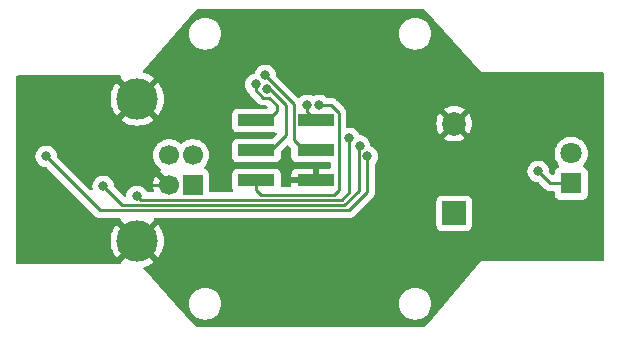
<source format=gtl>
%TF.GenerationSoftware,KiCad,Pcbnew,7.0.6*%
%TF.CreationDate,2023-08-20T20:53:31-04:00*%
%TF.ProjectId,Safe-To-Mate-O-Matic-v3,53616665-2d54-46f2-9d4d-6174652d4f2d,rev?*%
%TF.SameCoordinates,Original*%
%TF.FileFunction,Copper,L1,Top*%
%TF.FilePolarity,Positive*%
%FSLAX46Y46*%
G04 Gerber Fmt 4.6, Leading zero omitted, Abs format (unit mm)*
G04 Created by KiCad (PCBNEW 7.0.6) date 2023-08-20 20:53:31*
%MOMM*%
%LPD*%
G01*
G04 APERTURE LIST*
%TA.AperFunction,ComponentPad*%
%ADD10R,1.800000X1.800000*%
%TD*%
%TA.AperFunction,ComponentPad*%
%ADD11C,1.800000*%
%TD*%
%TA.AperFunction,ComponentPad*%
%ADD12R,2.000000X2.000000*%
%TD*%
%TA.AperFunction,ComponentPad*%
%ADD13C,2.000000*%
%TD*%
%TA.AperFunction,SMDPad,CuDef*%
%ADD14R,3.150000X1.000000*%
%TD*%
%TA.AperFunction,ComponentPad*%
%ADD15R,1.700000X1.700000*%
%TD*%
%TA.AperFunction,ComponentPad*%
%ADD16C,1.700000*%
%TD*%
%TA.AperFunction,ComponentPad*%
%ADD17C,3.500000*%
%TD*%
%TA.AperFunction,ViaPad*%
%ADD18C,0.800000*%
%TD*%
%TA.AperFunction,Conductor*%
%ADD19C,0.250000*%
%TD*%
G04 APERTURE END LIST*
D10*
%TO.P,D1,1,K*%
%TO.N,Net-(D1-K)*%
X172720000Y-84582000D03*
D11*
%TO.P,D1,2,A*%
%TO.N,Net-(D1-A)*%
X172720000Y-82042000D03*
%TD*%
D12*
%TO.P,BZ1,1,-*%
%TO.N,Net-(BZ1--)*%
X162814000Y-87112000D03*
D13*
%TO.P,BZ1,2,+*%
%TO.N,GND*%
X162814000Y-79512000D03*
%TD*%
D14*
%TO.P,J3,1,Pin_1*%
%TO.N,MISO*%
X146065000Y-79248000D03*
%TO.P,J3,2,Pin_2*%
%TO.N,+5V*%
X151115000Y-79248000D03*
%TO.P,J3,3,Pin_3*%
%TO.N,SCK*%
X146065000Y-81788000D03*
%TO.P,J3,4,Pin_4*%
%TO.N,MOSI*%
X151115000Y-81788000D03*
%TO.P,J3,5,Pin_5*%
%TO.N,RESET*%
X146065000Y-84328000D03*
%TO.P,J3,6,Pin_6*%
%TO.N,GND*%
X151115000Y-84328000D03*
%TD*%
D15*
%TO.P,J1,1,VBUS*%
%TO.N,+5V*%
X140689500Y-84689000D03*
D16*
%TO.P,J1,2,D-*%
%TO.N,Net-(J1-D-)*%
X140689500Y-82189000D03*
%TO.P,J1,3,D+*%
%TO.N,Net-(J1-D+)*%
X138689500Y-82189000D03*
%TO.P,J1,4,GND*%
%TO.N,GND*%
X138689500Y-84689000D03*
D17*
%TO.P,J1,5,Shield*%
X135979500Y-89459000D03*
X135979500Y-77419000D03*
%TD*%
D18*
%TO.N,GND*%
X128270000Y-84074000D03*
X128270000Y-81026000D03*
X154686000Y-94488000D03*
X128524000Y-85852000D03*
X146050000Y-93726000D03*
X155448000Y-76122758D03*
X132588000Y-78486000D03*
X148082000Y-94488000D03*
X168148000Y-90170000D03*
X142748000Y-89662000D03*
X144018000Y-77839371D03*
X146304000Y-90678000D03*
X151638000Y-73152000D03*
X156464000Y-77470000D03*
X168910000Y-84836000D03*
X167640000Y-76454000D03*
X159038427Y-86071573D03*
%TO.N,+5V*%
X150368000Y-77978000D03*
%TO.N,/INT0*%
X135953500Y-85661500D03*
X153924000Y-80772000D03*
%TO.N,/INT1*%
X154801371Y-81395371D03*
X133096000Y-84836000D03*
%TO.N,/INT3*%
X128270000Y-82296000D03*
X155448000Y-82296000D03*
%TO.N,Net-(D1-K)*%
X169926000Y-83566000D03*
%TO.N,MISO*%
X146018332Y-76186208D03*
%TO.N,SCK*%
X146934701Y-76585299D03*
%TO.N,MOSI*%
X146812000Y-75438000D03*
%TO.N,RESET*%
X151384000Y-77978000D03*
%TD*%
D19*
%TO.N,GND*%
X138689500Y-84689000D02*
X137566500Y-83566000D01*
X138689500Y-84689000D02*
X136911400Y-84689000D01*
X151115000Y-84328000D02*
X151130000Y-84328000D01*
%TO.N,+5V*%
X150368000Y-78501000D02*
X150368000Y-77978000D01*
X151115000Y-79248000D02*
X150368000Y-78501000D01*
%TO.N,/INT0*%
X153924000Y-85344000D02*
X153300000Y-85968000D01*
X153924000Y-80772000D02*
X153924000Y-85344000D01*
X136260000Y-85968000D02*
X135953500Y-85661500D01*
X153300000Y-85968000D02*
X136260000Y-85968000D01*
%TO.N,/INT1*%
X154801371Y-81395371D02*
X154723000Y-81473742D01*
X153486396Y-86418000D02*
X134678000Y-86418000D01*
X154723000Y-81473742D02*
X154723000Y-85181396D01*
X154723000Y-85181396D02*
X153486396Y-86418000D01*
X134678000Y-86418000D02*
X133096000Y-84836000D01*
%TO.N,/INT3*%
X155448000Y-82296000D02*
X155448000Y-85344000D01*
X153924000Y-86868000D02*
X132842000Y-86868000D01*
X132842000Y-86868000D02*
X128270000Y-82296000D01*
X155448000Y-85344000D02*
X153924000Y-86868000D01*
%TO.N,Net-(D1-K)*%
X170942000Y-84582000D02*
X169926000Y-83566000D01*
X172720000Y-84582000D02*
X170942000Y-84582000D01*
%TO.N,MISO*%
X147066000Y-79248000D02*
X146065000Y-79248000D01*
X147828000Y-78486000D02*
X147066000Y-79248000D01*
X147828000Y-77978000D02*
X147828000Y-78486000D01*
X146018332Y-76694235D02*
X146634396Y-77310299D01*
X146018332Y-76186208D02*
X146018332Y-76694235D01*
X146634396Y-77310299D02*
X147160299Y-77310299D01*
X147160299Y-77310299D02*
X147828000Y-77978000D01*
%TO.N,SCK*%
X148590000Y-77978000D02*
X148590000Y-80518000D01*
X147197299Y-76585299D02*
X148590000Y-77978000D01*
X148590000Y-80518000D02*
X147320000Y-81788000D01*
X147320000Y-81788000D02*
X146065000Y-81788000D01*
X146934701Y-76585299D02*
X147197299Y-76585299D01*
%TO.N,MOSI*%
X149215000Y-77841000D02*
X149215000Y-80889000D01*
X146812000Y-75438000D02*
X149215000Y-77841000D01*
X149215000Y-80889000D02*
X150114000Y-81788000D01*
X150114000Y-81788000D02*
X151115000Y-81788000D01*
%TO.N,RESET*%
X146065000Y-85105000D02*
X146478000Y-85518000D01*
X146065000Y-84328000D02*
X146065000Y-85105000D01*
X146478000Y-85518000D02*
X152650000Y-85518000D01*
X152400000Y-77978000D02*
X151384000Y-77978000D01*
X152650000Y-85518000D02*
X153015000Y-85153000D01*
X153015000Y-78593000D02*
X152400000Y-77978000D01*
X153015000Y-85153000D02*
X153015000Y-78593000D01*
%TD*%
%TA.AperFunction,Conductor*%
%TO.N,GND*%
G36*
X160286203Y-69870002D02*
G01*
X160311515Y-69891464D01*
X165100000Y-75184000D01*
X175388000Y-75184000D01*
X175456121Y-75204002D01*
X175502614Y-75257658D01*
X175514000Y-75310000D01*
X175514000Y-91060000D01*
X175493998Y-91128121D01*
X175440342Y-91174614D01*
X175388000Y-91186000D01*
X165100000Y-91186000D01*
X161003745Y-95929033D01*
X160311693Y-96730356D01*
X160252030Y-96768838D01*
X160216333Y-96774000D01*
X141025918Y-96774000D01*
X140957797Y-96753998D01*
X140932484Y-96732535D01*
X139143285Y-94754999D01*
X140376341Y-94754999D01*
X140396937Y-94990411D01*
X140458096Y-95218661D01*
X140458098Y-95218665D01*
X140557966Y-95432832D01*
X140693498Y-95626392D01*
X140693502Y-95626397D01*
X140693505Y-95626401D01*
X140860599Y-95793495D01*
X140860603Y-95793498D01*
X140860607Y-95793501D01*
X141054167Y-95929033D01*
X141054166Y-95929033D01*
X141130304Y-95964536D01*
X141268337Y-96028903D01*
X141496592Y-96090063D01*
X141673034Y-96105500D01*
X141673035Y-96105500D01*
X141790965Y-96105500D01*
X141790966Y-96105500D01*
X141967408Y-96090063D01*
X142195663Y-96028903D01*
X142409829Y-95929035D01*
X142603401Y-95793495D01*
X142770495Y-95626401D01*
X142906035Y-95432830D01*
X143005903Y-95218663D01*
X143067063Y-94990408D01*
X143087659Y-94755000D01*
X158156341Y-94755000D01*
X158176937Y-94990411D01*
X158238096Y-95218661D01*
X158238098Y-95218665D01*
X158337966Y-95432832D01*
X158473498Y-95626392D01*
X158473502Y-95626397D01*
X158473505Y-95626401D01*
X158640599Y-95793495D01*
X158640603Y-95793498D01*
X158640607Y-95793501D01*
X158834167Y-95929033D01*
X158834166Y-95929033D01*
X158910304Y-95964537D01*
X159048337Y-96028903D01*
X159276592Y-96090063D01*
X159453034Y-96105500D01*
X159453035Y-96105500D01*
X159570965Y-96105500D01*
X159570966Y-96105500D01*
X159747408Y-96090063D01*
X159975663Y-96028903D01*
X160189829Y-95929035D01*
X160383401Y-95793495D01*
X160550495Y-95626401D01*
X160686035Y-95432830D01*
X160785903Y-95218663D01*
X160847063Y-94990408D01*
X160867659Y-94755000D01*
X160847063Y-94519592D01*
X160785903Y-94291337D01*
X160686035Y-94077171D01*
X160686034Y-94077169D01*
X160686033Y-94077167D01*
X160550501Y-93883607D01*
X160550497Y-93883602D01*
X160550495Y-93883599D01*
X160383401Y-93716505D01*
X160383397Y-93716502D01*
X160383392Y-93716498D01*
X160189832Y-93580966D01*
X160189833Y-93580966D01*
X159975665Y-93481098D01*
X159975661Y-93481096D01*
X159747411Y-93419937D01*
X159615076Y-93408359D01*
X159570966Y-93404500D01*
X159453034Y-93404500D01*
X159417745Y-93407587D01*
X159276588Y-93419937D01*
X159048338Y-93481096D01*
X159048334Y-93481098D01*
X158834167Y-93580966D01*
X158640607Y-93716498D01*
X158640596Y-93716507D01*
X158473507Y-93883596D01*
X158473502Y-93883602D01*
X158337965Y-94077169D01*
X158238098Y-94291334D01*
X158238096Y-94291338D01*
X158176937Y-94519588D01*
X158156341Y-94755000D01*
X143087659Y-94755000D01*
X143067063Y-94519592D01*
X143005903Y-94291337D01*
X142906035Y-94077171D01*
X142906034Y-94077169D01*
X142906033Y-94077167D01*
X142770501Y-93883607D01*
X142770497Y-93883602D01*
X142770495Y-93883599D01*
X142603401Y-93716505D01*
X142603397Y-93716502D01*
X142603392Y-93716498D01*
X142409832Y-93580966D01*
X142409833Y-93580966D01*
X142195665Y-93481098D01*
X142195661Y-93481096D01*
X141967411Y-93419937D01*
X141835076Y-93408359D01*
X141790966Y-93404500D01*
X141673034Y-93404500D01*
X141637745Y-93407587D01*
X141496588Y-93419937D01*
X141268338Y-93481096D01*
X141268334Y-93481098D01*
X141054167Y-93580966D01*
X140860607Y-93716498D01*
X140860596Y-93716507D01*
X140693507Y-93883596D01*
X140693502Y-93883602D01*
X140557965Y-94077169D01*
X140458098Y-94291334D01*
X140458096Y-94291338D01*
X140396937Y-94519588D01*
X140376341Y-94754999D01*
X139143285Y-94754999D01*
X136513336Y-91848213D01*
X136482466Y-91784279D01*
X136491061Y-91713805D01*
X136536392Y-91659165D01*
X136566269Y-91644365D01*
X136845445Y-91549598D01*
X136845459Y-91549592D01*
X137110920Y-91418682D01*
X137357034Y-91254234D01*
X137357036Y-91254233D01*
X137388194Y-91226906D01*
X137388194Y-91226904D01*
X136606596Y-90445306D01*
X136767718Y-90323634D01*
X136913173Y-90164077D01*
X136963119Y-90083409D01*
X137747404Y-90867694D01*
X137747406Y-90867694D01*
X137774733Y-90836536D01*
X137774734Y-90836534D01*
X137939182Y-90590420D01*
X138070092Y-90324959D01*
X138070098Y-90324945D01*
X138165237Y-90044675D01*
X138165239Y-90044665D01*
X138222984Y-89754370D01*
X138222986Y-89754356D01*
X138242345Y-89459003D01*
X138242345Y-89458996D01*
X138222986Y-89163643D01*
X138222984Y-89163629D01*
X138165239Y-88873334D01*
X138165237Y-88873324D01*
X138070098Y-88593054D01*
X138070092Y-88593040D01*
X137939182Y-88327580D01*
X137827643Y-88160649D01*
X161305500Y-88160649D01*
X161312009Y-88221196D01*
X161312011Y-88221204D01*
X161363110Y-88358202D01*
X161363112Y-88358207D01*
X161450738Y-88475261D01*
X161567792Y-88562887D01*
X161567794Y-88562888D01*
X161567796Y-88562889D01*
X161626875Y-88584924D01*
X161704795Y-88613988D01*
X161704803Y-88613990D01*
X161765350Y-88620499D01*
X161765355Y-88620499D01*
X161765362Y-88620500D01*
X161765368Y-88620500D01*
X163862632Y-88620500D01*
X163862638Y-88620500D01*
X163862645Y-88620499D01*
X163862649Y-88620499D01*
X163923196Y-88613990D01*
X163923199Y-88613989D01*
X163923201Y-88613989D01*
X164060204Y-88562889D01*
X164177261Y-88475261D01*
X164264889Y-88358204D01*
X164315989Y-88221201D01*
X164322500Y-88160638D01*
X164322500Y-86063362D01*
X164322499Y-86063350D01*
X164315990Y-86002803D01*
X164315988Y-86002795D01*
X164286924Y-85924875D01*
X164264889Y-85865796D01*
X164264888Y-85865794D01*
X164264887Y-85865792D01*
X164177261Y-85748738D01*
X164060207Y-85661112D01*
X164060202Y-85661110D01*
X163923204Y-85610011D01*
X163923196Y-85610009D01*
X163862649Y-85603500D01*
X163862638Y-85603500D01*
X161765362Y-85603500D01*
X161765350Y-85603500D01*
X161704803Y-85610009D01*
X161704795Y-85610011D01*
X161567797Y-85661110D01*
X161567792Y-85661112D01*
X161450738Y-85748738D01*
X161363112Y-85865792D01*
X161363110Y-85865797D01*
X161312011Y-86002795D01*
X161312009Y-86002803D01*
X161305500Y-86063350D01*
X161305500Y-88160649D01*
X137827643Y-88160649D01*
X137774736Y-88081468D01*
X137747406Y-88050304D01*
X137747404Y-88050304D01*
X136963119Y-88834589D01*
X136913173Y-88753923D01*
X136767718Y-88594366D01*
X136606595Y-88472692D01*
X137388194Y-87691092D01*
X137387337Y-87664899D01*
X137385673Y-87662275D01*
X137386097Y-87591280D01*
X137424837Y-87531784D01*
X137489593Y-87502678D01*
X137506779Y-87501500D01*
X153840147Y-87501500D01*
X153855988Y-87503249D01*
X153856016Y-87502956D01*
X153863902Y-87503700D01*
X153863909Y-87503702D01*
X153933958Y-87501500D01*
X153963856Y-87501500D01*
X153970818Y-87500619D01*
X153976719Y-87500154D01*
X154023889Y-87498673D01*
X154043347Y-87493019D01*
X154062694Y-87489013D01*
X154082797Y-87486474D01*
X154126679Y-87469099D01*
X154132274Y-87467183D01*
X154160816Y-87458891D01*
X154177591Y-87454019D01*
X154177595Y-87454017D01*
X154195026Y-87443708D01*
X154212780Y-87435009D01*
X154231617Y-87427552D01*
X154269786Y-87399818D01*
X154274744Y-87396562D01*
X154315362Y-87372542D01*
X154329685Y-87358218D01*
X154344724Y-87345374D01*
X154346431Y-87344134D01*
X154361107Y-87333472D01*
X154391193Y-87297103D01*
X154395161Y-87292741D01*
X155836657Y-85851245D01*
X155849092Y-85841284D01*
X155848905Y-85841057D01*
X155855009Y-85836005D01*
X155855018Y-85836000D01*
X155902999Y-85784904D01*
X155924134Y-85763770D01*
X155928429Y-85758232D01*
X155932271Y-85753731D01*
X155964586Y-85719321D01*
X155974345Y-85701567D01*
X155985197Y-85685046D01*
X155997613Y-85669041D01*
X156016347Y-85625748D01*
X156018961Y-85620412D01*
X156029374Y-85601470D01*
X156041695Y-85579060D01*
X156046733Y-85559435D01*
X156053138Y-85540730D01*
X156061181Y-85522145D01*
X156068563Y-85475525D01*
X156069761Y-85469744D01*
X156081500Y-85424030D01*
X156081500Y-85403769D01*
X156083051Y-85384058D01*
X156086219Y-85364056D01*
X156081780Y-85317089D01*
X156081500Y-85311157D01*
X156081500Y-83565999D01*
X169012496Y-83565999D01*
X169032457Y-83755927D01*
X169040085Y-83779402D01*
X169091473Y-83937556D01*
X169119841Y-83986691D01*
X169186958Y-84102941D01*
X169186965Y-84102951D01*
X169314744Y-84244864D01*
X169314747Y-84244866D01*
X169469248Y-84357118D01*
X169643712Y-84434794D01*
X169830513Y-84474500D01*
X169886406Y-84474500D01*
X169954527Y-84494502D01*
X169975501Y-84511405D01*
X170434752Y-84970656D01*
X170444722Y-84983100D01*
X170444950Y-84982913D01*
X170450001Y-84989019D01*
X170501078Y-85036983D01*
X170522223Y-85058129D01*
X170522227Y-85058132D01*
X170522230Y-85058135D01*
X170527782Y-85062442D01*
X170532269Y-85066273D01*
X170551722Y-85084541D01*
X170566677Y-85098585D01*
X170566679Y-85098586D01*
X170584428Y-85108343D01*
X170600954Y-85119199D01*
X170616748Y-85131451D01*
X170616959Y-85131614D01*
X170657138Y-85149000D01*
X170660262Y-85150352D01*
X170665583Y-85152958D01*
X170706940Y-85175695D01*
X170706948Y-85175697D01*
X170726558Y-85180732D01*
X170745267Y-85187137D01*
X170763855Y-85195181D01*
X170810477Y-85202564D01*
X170816262Y-85203763D01*
X170861970Y-85215500D01*
X170882224Y-85215500D01*
X170901934Y-85217051D01*
X170904141Y-85217400D01*
X170921943Y-85220220D01*
X170955870Y-85217012D01*
X170968917Y-85215780D01*
X170974850Y-85215500D01*
X171185500Y-85215500D01*
X171253621Y-85235502D01*
X171300114Y-85289158D01*
X171311500Y-85341500D01*
X171311500Y-85530649D01*
X171318009Y-85591196D01*
X171318011Y-85591204D01*
X171369110Y-85728202D01*
X171369112Y-85728207D01*
X171456738Y-85845261D01*
X171573792Y-85932887D01*
X171573794Y-85932888D01*
X171573796Y-85932889D01*
X171632875Y-85954924D01*
X171710795Y-85983988D01*
X171710803Y-85983990D01*
X171771350Y-85990499D01*
X171771355Y-85990499D01*
X171771362Y-85990500D01*
X171771368Y-85990500D01*
X173668632Y-85990500D01*
X173668638Y-85990500D01*
X173668645Y-85990499D01*
X173668649Y-85990499D01*
X173729196Y-85983990D01*
X173729199Y-85983989D01*
X173729201Y-85983989D01*
X173866204Y-85932889D01*
X173983261Y-85845261D01*
X174048402Y-85758243D01*
X174070887Y-85728207D01*
X174070887Y-85728206D01*
X174070889Y-85728204D01*
X174121989Y-85591201D01*
X174123295Y-85579061D01*
X174128499Y-85530649D01*
X174128500Y-85530632D01*
X174128500Y-83633367D01*
X174128499Y-83633350D01*
X174121990Y-83572803D01*
X174121988Y-83572795D01*
X174075353Y-83447765D01*
X174070889Y-83435796D01*
X174070888Y-83435794D01*
X174070887Y-83435792D01*
X173983261Y-83318738D01*
X173866207Y-83231112D01*
X173866204Y-83231111D01*
X173798824Y-83205979D01*
X173741989Y-83163432D01*
X173717179Y-83096911D01*
X173732271Y-83027538D01*
X173750156Y-83002588D01*
X173835314Y-82910083D01*
X173962984Y-82714669D01*
X174056749Y-82500907D01*
X174114051Y-82274626D01*
X174133327Y-82042000D01*
X174114051Y-81809374D01*
X174065370Y-81617135D01*
X174056750Y-81583096D01*
X174056747Y-81583089D01*
X173962984Y-81369331D01*
X173835314Y-81173916D01*
X173677225Y-81002186D01*
X173677221Y-81002182D01*
X173577721Y-80924738D01*
X173493017Y-80858810D01*
X173287727Y-80747713D01*
X173287724Y-80747712D01*
X173287723Y-80747711D01*
X173066955Y-80671921D01*
X173066948Y-80671919D01*
X172968411Y-80655476D01*
X172836712Y-80633500D01*
X172603288Y-80633500D01*
X172488066Y-80652727D01*
X172373051Y-80671919D01*
X172373044Y-80671921D01*
X172152276Y-80747711D01*
X172152273Y-80747713D01*
X171987080Y-80837111D01*
X171946985Y-80858809D01*
X171946983Y-80858810D01*
X171762778Y-81002182D01*
X171762774Y-81002186D01*
X171604685Y-81173916D01*
X171477015Y-81369331D01*
X171383252Y-81583089D01*
X171383249Y-81583096D01*
X171325950Y-81809366D01*
X171325949Y-81809372D01*
X171325949Y-81809374D01*
X171316414Y-81924444D01*
X171306673Y-82042000D01*
X171325950Y-82274633D01*
X171383249Y-82500903D01*
X171383252Y-82500910D01*
X171477015Y-82714668D01*
X171589692Y-82887134D01*
X171604686Y-82910083D01*
X171689842Y-83002587D01*
X171721263Y-83066251D01*
X171713276Y-83136797D01*
X171668417Y-83191826D01*
X171641175Y-83205979D01*
X171573795Y-83231111D01*
X171573792Y-83231112D01*
X171456738Y-83318738D01*
X171369112Y-83435792D01*
X171369110Y-83435797D01*
X171318011Y-83572795D01*
X171318009Y-83572803D01*
X171311500Y-83633350D01*
X171311500Y-83751404D01*
X171291498Y-83819525D01*
X171237842Y-83866018D01*
X171167568Y-83876122D01*
X171102988Y-83846628D01*
X171096405Y-83840499D01*
X170873121Y-83617215D01*
X170839095Y-83554903D01*
X170836908Y-83541306D01*
X170819542Y-83376072D01*
X170760527Y-83194444D01*
X170665040Y-83029056D01*
X170665038Y-83029054D01*
X170665034Y-83029048D01*
X170537255Y-82887135D01*
X170382752Y-82774882D01*
X170208288Y-82697206D01*
X170021487Y-82657500D01*
X169830513Y-82657500D01*
X169643711Y-82697206D01*
X169469247Y-82774882D01*
X169314744Y-82887135D01*
X169186965Y-83029048D01*
X169186958Y-83029058D01*
X169092938Y-83191906D01*
X169091473Y-83194444D01*
X169079559Y-83231111D01*
X169032457Y-83376072D01*
X169012496Y-83565999D01*
X156081500Y-83565999D01*
X156081500Y-82998524D01*
X156101502Y-82930403D01*
X156113858Y-82914220D01*
X156187040Y-82832944D01*
X156282527Y-82667556D01*
X156341542Y-82485928D01*
X156361504Y-82296000D01*
X156341542Y-82106072D01*
X156282527Y-81924444D01*
X156187040Y-81759056D01*
X156187038Y-81759054D01*
X156187034Y-81759048D01*
X156059255Y-81617135D01*
X155904752Y-81504882D01*
X155784085Y-81451158D01*
X155729989Y-81405178D01*
X155710024Y-81349221D01*
X155709262Y-81341973D01*
X155694913Y-81205443D01*
X155635898Y-81023815D01*
X155540411Y-80858427D01*
X155540409Y-80858425D01*
X155540405Y-80858419D01*
X155412626Y-80716506D01*
X155258123Y-80604253D01*
X155083659Y-80526577D01*
X154896858Y-80486871D01*
X154878153Y-80486871D01*
X154810032Y-80466869D01*
X154763539Y-80413213D01*
X154758856Y-80401185D01*
X154758530Y-80400454D01*
X154758527Y-80400444D01*
X154663040Y-80235056D01*
X154663038Y-80235054D01*
X154663034Y-80235048D01*
X154535255Y-80093135D01*
X154380752Y-79980882D01*
X154206288Y-79903206D01*
X154019487Y-79863500D01*
X153828513Y-79863500D01*
X153828511Y-79863500D01*
X153800696Y-79869412D01*
X153729905Y-79864009D01*
X153673273Y-79821192D01*
X153648780Y-79754554D01*
X153648500Y-79746165D01*
X153648500Y-79512000D01*
X161301337Y-79512000D01*
X161319960Y-79748632D01*
X161375371Y-79979437D01*
X161466206Y-80198733D01*
X161580897Y-80385891D01*
X162329638Y-79637150D01*
X162354507Y-79721844D01*
X162432239Y-79842798D01*
X162540900Y-79936952D01*
X162671685Y-79996680D01*
X162686412Y-79998797D01*
X161940107Y-80745101D01*
X161940107Y-80745102D01*
X162127261Y-80859791D01*
X162346562Y-80950628D01*
X162577367Y-81006039D01*
X162814000Y-81024662D01*
X163050632Y-81006039D01*
X163281437Y-80950628D01*
X163500738Y-80859791D01*
X163687891Y-80745102D01*
X163687892Y-80745101D01*
X162941588Y-79998797D01*
X162956315Y-79996680D01*
X163087100Y-79936952D01*
X163195761Y-79842798D01*
X163273493Y-79721844D01*
X163298360Y-79637151D01*
X164047101Y-80385892D01*
X164047102Y-80385891D01*
X164161791Y-80198738D01*
X164252628Y-79979437D01*
X164308039Y-79748632D01*
X164326662Y-79512000D01*
X164308039Y-79275367D01*
X164252628Y-79044562D01*
X164161791Y-78825261D01*
X164047102Y-78638107D01*
X164047101Y-78638107D01*
X163298360Y-79386848D01*
X163273493Y-79302156D01*
X163195761Y-79181202D01*
X163087100Y-79087048D01*
X162956315Y-79027320D01*
X162941587Y-79025202D01*
X163687891Y-78278897D01*
X163500733Y-78164206D01*
X163281437Y-78073371D01*
X163050632Y-78017960D01*
X162813999Y-77999337D01*
X162577367Y-78017960D01*
X162346562Y-78073371D01*
X162127262Y-78164208D01*
X161940107Y-78278896D01*
X161940107Y-78278898D01*
X162686411Y-79025202D01*
X162671685Y-79027320D01*
X162540900Y-79087048D01*
X162432239Y-79181202D01*
X162354507Y-79302156D01*
X162329639Y-79386848D01*
X161580898Y-78638107D01*
X161580896Y-78638107D01*
X161466208Y-78825262D01*
X161375371Y-79044562D01*
X161319960Y-79275367D01*
X161301337Y-79512000D01*
X153648500Y-79512000D01*
X153648500Y-78676849D01*
X153650249Y-78661012D01*
X153649955Y-78660985D01*
X153650701Y-78653092D01*
X153648500Y-78583059D01*
X153648500Y-78553151D01*
X153648500Y-78553144D01*
X153647620Y-78546185D01*
X153647155Y-78540280D01*
X153645673Y-78493110D01*
X153640022Y-78473663D01*
X153636012Y-78454300D01*
X153633474Y-78434203D01*
X153616099Y-78390320D01*
X153614179Y-78384711D01*
X153601018Y-78339407D01*
X153590705Y-78321969D01*
X153582010Y-78304222D01*
X153574552Y-78285383D01*
X153546821Y-78247215D01*
X153543562Y-78242255D01*
X153519541Y-78201635D01*
X153505218Y-78187312D01*
X153492377Y-78172279D01*
X153480471Y-78155892D01*
X153473029Y-78149735D01*
X153444108Y-78125810D01*
X153439736Y-78121831D01*
X152907244Y-77589339D01*
X152897279Y-77576901D01*
X152897052Y-77577090D01*
X152892001Y-77570984D01*
X152892000Y-77570982D01*
X152840921Y-77523016D01*
X152819777Y-77501871D01*
X152819772Y-77501866D01*
X152814225Y-77497563D01*
X152809717Y-77493712D01*
X152775325Y-77461417D01*
X152775319Y-77461413D01*
X152757563Y-77451651D01*
X152741047Y-77440802D01*
X152725041Y-77428386D01*
X152694289Y-77415078D01*
X152681740Y-77409648D01*
X152676408Y-77407036D01*
X152635061Y-77384305D01*
X152615436Y-77379266D01*
X152596736Y-77372864D01*
X152594571Y-77371927D01*
X152578145Y-77364819D01*
X152578143Y-77364818D01*
X152578142Y-77364818D01*
X152531542Y-77357437D01*
X152525729Y-77356233D01*
X152480030Y-77344500D01*
X152459776Y-77344500D01*
X152440066Y-77342949D01*
X152420057Y-77339780D01*
X152420056Y-77339780D01*
X152373083Y-77344220D01*
X152367150Y-77344500D01*
X152092200Y-77344500D01*
X152024079Y-77324498D01*
X151998563Y-77302810D01*
X151995252Y-77299133D01*
X151840752Y-77186882D01*
X151666288Y-77109206D01*
X151479487Y-77069500D01*
X151288513Y-77069500D01*
X151101709Y-77109206D01*
X150927248Y-77186881D01*
X150856881Y-77196315D01*
X150824752Y-77186881D01*
X150650290Y-77109206D01*
X150463487Y-77069500D01*
X150272513Y-77069500D01*
X150085711Y-77109206D01*
X149911247Y-77186882D01*
X149756743Y-77299136D01*
X149756741Y-77299138D01*
X149756648Y-77299242D01*
X149756579Y-77299284D01*
X149751837Y-77303554D01*
X149751055Y-77302686D01*
X149696199Y-77336477D01*
X149625215Y-77335119D01*
X149573924Y-77304019D01*
X147759121Y-75489216D01*
X147725095Y-75426904D01*
X147722908Y-75413306D01*
X147705542Y-75248072D01*
X147646527Y-75066444D01*
X147551040Y-74901056D01*
X147551038Y-74901054D01*
X147551034Y-74901048D01*
X147423255Y-74759135D01*
X147268752Y-74646882D01*
X147094288Y-74569206D01*
X146907487Y-74529500D01*
X146716513Y-74529500D01*
X146529711Y-74569206D01*
X146355247Y-74646882D01*
X146200744Y-74759135D01*
X146072965Y-74901048D01*
X146072958Y-74901058D01*
X145977476Y-75066438D01*
X145977473Y-75066444D01*
X145933757Y-75200988D01*
X145930269Y-75211722D01*
X145890195Y-75270327D01*
X145836634Y-75296031D01*
X145736047Y-75317412D01*
X145561579Y-75395090D01*
X145407076Y-75507343D01*
X145279297Y-75649256D01*
X145279290Y-75649266D01*
X145183808Y-75814646D01*
X145183805Y-75814653D01*
X145124789Y-75996280D01*
X145104828Y-76186207D01*
X145124789Y-76376135D01*
X145154858Y-76468678D01*
X145183805Y-76557764D01*
X145183808Y-76557769D01*
X145279290Y-76723149D01*
X145279297Y-76723159D01*
X145387528Y-76843361D01*
X145411043Y-76881286D01*
X145417225Y-76896899D01*
X145419149Y-76902517D01*
X145432314Y-76947828D01*
X145442626Y-76965266D01*
X145451320Y-76983014D01*
X145458776Y-77001844D01*
X145458782Y-77001855D01*
X145486509Y-77040018D01*
X145489769Y-77044981D01*
X145513792Y-77085600D01*
X145528111Y-77099919D01*
X145540949Y-77114949D01*
X145552858Y-77131339D01*
X145552862Y-77131344D01*
X145589212Y-77161415D01*
X145593605Y-77165412D01*
X146127153Y-77698961D01*
X146137115Y-77711395D01*
X146137342Y-77711208D01*
X146142396Y-77717317D01*
X146193475Y-77765283D01*
X146214619Y-77786428D01*
X146214623Y-77786431D01*
X146214626Y-77786434D01*
X146220178Y-77790741D01*
X146224665Y-77794572D01*
X146247355Y-77815880D01*
X146259073Y-77826884D01*
X146259075Y-77826885D01*
X146276824Y-77836642D01*
X146293349Y-77847497D01*
X146309355Y-77859913D01*
X146351082Y-77877969D01*
X146352658Y-77878651D01*
X146357979Y-77881257D01*
X146399336Y-77903994D01*
X146399344Y-77903996D01*
X146418954Y-77909031D01*
X146437663Y-77915436D01*
X146456251Y-77923480D01*
X146502873Y-77930863D01*
X146508658Y-77932062D01*
X146554366Y-77943799D01*
X146574620Y-77943799D01*
X146594330Y-77945350D01*
X146596537Y-77945699D01*
X146614339Y-77948519D01*
X146648266Y-77945311D01*
X146661313Y-77944079D01*
X146667246Y-77943799D01*
X146845704Y-77943799D01*
X146913825Y-77963801D01*
X146934799Y-77980704D01*
X146978500Y-78024405D01*
X147012526Y-78086717D01*
X147007461Y-78157532D01*
X146964914Y-78214368D01*
X146898394Y-78239179D01*
X146889405Y-78239500D01*
X144441350Y-78239500D01*
X144380803Y-78246009D01*
X144380795Y-78246011D01*
X144243797Y-78297110D01*
X144243792Y-78297112D01*
X144126738Y-78384738D01*
X144039112Y-78501792D01*
X144039110Y-78501797D01*
X143988011Y-78638795D01*
X143988009Y-78638803D01*
X143981500Y-78699350D01*
X143981500Y-79796649D01*
X143988009Y-79857196D01*
X143988011Y-79857204D01*
X144039110Y-79994202D01*
X144039112Y-79994207D01*
X144126738Y-80111261D01*
X144243792Y-80198887D01*
X144243794Y-80198888D01*
X144243796Y-80198889D01*
X144302875Y-80220924D01*
X144380795Y-80249988D01*
X144380803Y-80249990D01*
X144441350Y-80256499D01*
X144441355Y-80256499D01*
X144441362Y-80256500D01*
X144441368Y-80256500D01*
X147651403Y-80256500D01*
X147719524Y-80276502D01*
X147766017Y-80330158D01*
X147776121Y-80400432D01*
X147746627Y-80465012D01*
X147740499Y-80471595D01*
X147469500Y-80742595D01*
X147407187Y-80776620D01*
X147380404Y-80779500D01*
X144441350Y-80779500D01*
X144380803Y-80786009D01*
X144380795Y-80786011D01*
X144243797Y-80837110D01*
X144243792Y-80837112D01*
X144126738Y-80924738D01*
X144039112Y-81041792D01*
X144039110Y-81041797D01*
X143988011Y-81178795D01*
X143988009Y-81178803D01*
X143981500Y-81239350D01*
X143981500Y-82336649D01*
X143988009Y-82397196D01*
X143988011Y-82397204D01*
X144039110Y-82534202D01*
X144039112Y-82534207D01*
X144126738Y-82651261D01*
X144243792Y-82738887D01*
X144243794Y-82738888D01*
X144243796Y-82738889D01*
X144302875Y-82760924D01*
X144380795Y-82789988D01*
X144380803Y-82789990D01*
X144441350Y-82796499D01*
X144441355Y-82796499D01*
X144441362Y-82796500D01*
X144441368Y-82796500D01*
X147688632Y-82796500D01*
X147688638Y-82796500D01*
X147688645Y-82796499D01*
X147688649Y-82796499D01*
X147749196Y-82789990D01*
X147749199Y-82789989D01*
X147749201Y-82789989D01*
X147886204Y-82738889D01*
X147918560Y-82714668D01*
X148003261Y-82651261D01*
X148090887Y-82534207D01*
X148090887Y-82534206D01*
X148090889Y-82534204D01*
X148141989Y-82397201D01*
X148148500Y-82336638D01*
X148148500Y-81907593D01*
X148168502Y-81839473D01*
X148185405Y-81818499D01*
X148627905Y-81375999D01*
X148690217Y-81341973D01*
X148761032Y-81347038D01*
X148806095Y-81375999D01*
X148994595Y-81564499D01*
X149028621Y-81626811D01*
X149031500Y-81653594D01*
X149031500Y-82336649D01*
X149038009Y-82397196D01*
X149038011Y-82397204D01*
X149089110Y-82534202D01*
X149089112Y-82534207D01*
X149176738Y-82651261D01*
X149293792Y-82738887D01*
X149293794Y-82738888D01*
X149293796Y-82738889D01*
X149352875Y-82760924D01*
X149430795Y-82789988D01*
X149430803Y-82789990D01*
X149491350Y-82796499D01*
X149491355Y-82796499D01*
X149491362Y-82796500D01*
X152255500Y-82796500D01*
X152323621Y-82816502D01*
X152370114Y-82870158D01*
X152381500Y-82922500D01*
X152381500Y-83194000D01*
X152361498Y-83262121D01*
X152307842Y-83308614D01*
X152255500Y-83320000D01*
X151369000Y-83320000D01*
X151369000Y-84456000D01*
X151348998Y-84524121D01*
X151295342Y-84570614D01*
X151243000Y-84582000D01*
X149032000Y-84582000D01*
X149032000Y-84758500D01*
X149011998Y-84826621D01*
X148958342Y-84873114D01*
X148906000Y-84884500D01*
X148274500Y-84884500D01*
X148206379Y-84864498D01*
X148159886Y-84810842D01*
X148148500Y-84758500D01*
X148148500Y-84074000D01*
X149032000Y-84074000D01*
X150861000Y-84074000D01*
X150861000Y-83320000D01*
X149491402Y-83320000D01*
X149430906Y-83326505D01*
X149294035Y-83377555D01*
X149294034Y-83377555D01*
X149177095Y-83465095D01*
X149089555Y-83582034D01*
X149089555Y-83582035D01*
X149038505Y-83718906D01*
X149032000Y-83779402D01*
X149032000Y-84074000D01*
X148148500Y-84074000D01*
X148148500Y-83779367D01*
X148148499Y-83779350D01*
X148141990Y-83718803D01*
X148141988Y-83718795D01*
X148090978Y-83582035D01*
X148090889Y-83581796D01*
X148090888Y-83581794D01*
X148090887Y-83581792D01*
X148003261Y-83464738D01*
X147886207Y-83377112D01*
X147886202Y-83377110D01*
X147749204Y-83326011D01*
X147749196Y-83326009D01*
X147688649Y-83319500D01*
X147688638Y-83319500D01*
X144441362Y-83319500D01*
X144441350Y-83319500D01*
X144380803Y-83326009D01*
X144380795Y-83326011D01*
X144243797Y-83377110D01*
X144243792Y-83377112D01*
X144126738Y-83464738D01*
X144039112Y-83581792D01*
X144039110Y-83581797D01*
X143988011Y-83718795D01*
X143988009Y-83718803D01*
X143981500Y-83779350D01*
X143981500Y-84876649D01*
X143988009Y-84937196D01*
X143988011Y-84937204D01*
X144039110Y-85074202D01*
X144039112Y-85074207D01*
X144083118Y-85132991D01*
X144107929Y-85199511D01*
X144092838Y-85268885D01*
X144042636Y-85319087D01*
X143982250Y-85334500D01*
X142174000Y-85334500D01*
X142105879Y-85314498D01*
X142059386Y-85260842D01*
X142048000Y-85208500D01*
X142048000Y-83790367D01*
X142047999Y-83790350D01*
X142041490Y-83729803D01*
X142041488Y-83729795D01*
X141990389Y-83592797D01*
X141990387Y-83592792D01*
X141902761Y-83475738D01*
X141785707Y-83388112D01*
X141785703Y-83388110D01*
X141698103Y-83355437D01*
X141641267Y-83312891D01*
X141616457Y-83246370D01*
X141631549Y-83176996D01*
X141649436Y-83152044D01*
X141765214Y-83026277D01*
X141765224Y-83026265D01*
X141783348Y-82998524D01*
X141888360Y-82837791D01*
X141978796Y-82631616D01*
X142034064Y-82413368D01*
X142052656Y-82189000D01*
X142034064Y-81964632D01*
X142023887Y-81924444D01*
X141978797Y-81746387D01*
X141978796Y-81746386D01*
X141978796Y-81746384D01*
X141888360Y-81540209D01*
X141793733Y-81395371D01*
X141765224Y-81351734D01*
X141765220Y-81351729D01*
X141612737Y-81186091D01*
X141530882Y-81122381D01*
X141435076Y-81047811D01*
X141237074Y-80940658D01*
X141237072Y-80940657D01*
X141237071Y-80940656D01*
X141024139Y-80867557D01*
X141024130Y-80867555D01*
X140971717Y-80858809D01*
X140802069Y-80830500D01*
X140576931Y-80830500D01*
X140428710Y-80855233D01*
X140354869Y-80867555D01*
X140354860Y-80867557D01*
X140141928Y-80940656D01*
X140141926Y-80940658D01*
X139943926Y-81047810D01*
X139943916Y-81047816D01*
X139766891Y-81185602D01*
X139700849Y-81211659D01*
X139631203Y-81197874D01*
X139612109Y-81185602D01*
X139435083Y-81047816D01*
X139435080Y-81047814D01*
X139435076Y-81047811D01*
X139237074Y-80940658D01*
X139237072Y-80940657D01*
X139237071Y-80940656D01*
X139024139Y-80867557D01*
X139024130Y-80867555D01*
X138971717Y-80858809D01*
X138802069Y-80830500D01*
X138576931Y-80830500D01*
X138428710Y-80855233D01*
X138354869Y-80867555D01*
X138354860Y-80867557D01*
X138141928Y-80940656D01*
X138141926Y-80940658D01*
X137943926Y-81047810D01*
X137943924Y-81047811D01*
X137766262Y-81186091D01*
X137613779Y-81351729D01*
X137613775Y-81351734D01*
X137490641Y-81540206D01*
X137400203Y-81746386D01*
X137400202Y-81746387D01*
X137344937Y-81964624D01*
X137344936Y-81964630D01*
X137344936Y-81964632D01*
X137326344Y-82189000D01*
X137343596Y-82397201D01*
X137344937Y-82413375D01*
X137400202Y-82631612D01*
X137400203Y-82631613D01*
X137490641Y-82837793D01*
X137613775Y-83026265D01*
X137613779Y-83026270D01*
X137715528Y-83136797D01*
X137766186Y-83191826D01*
X137766262Y-83191908D01*
X137808139Y-83224502D01*
X137943924Y-83330189D01*
X137943932Y-83330193D01*
X137948287Y-83333039D01*
X137947128Y-83334811D01*
X137991123Y-83378452D01*
X138006494Y-83447765D01*
X137981952Y-83514385D01*
X137947712Y-83544080D01*
X137948562Y-83545381D01*
X137944205Y-83548227D01*
X137923810Y-83564099D01*
X137923810Y-83564101D01*
X138597395Y-84237686D01*
X138552381Y-84244471D01*
X138427446Y-84304637D01*
X138325795Y-84398955D01*
X138256461Y-84519045D01*
X138238598Y-84597308D01*
X137566422Y-83925132D01*
X137491080Y-84040451D01*
X137400679Y-84246543D01*
X137400676Y-84246550D01*
X137345432Y-84464707D01*
X137326846Y-84689000D01*
X137345432Y-84913292D01*
X137400676Y-85131449D01*
X137400677Y-85131451D01*
X137412273Y-85157887D01*
X137421319Y-85228305D01*
X137390858Y-85292435D01*
X137330561Y-85329916D01*
X137296885Y-85334500D01*
X136886497Y-85334500D01*
X136818376Y-85314498D01*
X136777378Y-85271500D01*
X136775868Y-85268885D01*
X136692540Y-85124556D01*
X136692538Y-85124554D01*
X136692534Y-85124548D01*
X136564755Y-84982635D01*
X136410252Y-84870382D01*
X136235788Y-84792706D01*
X136048987Y-84753000D01*
X135858013Y-84753000D01*
X135671211Y-84792706D01*
X135496747Y-84870382D01*
X135342244Y-84982635D01*
X135214465Y-85124548D01*
X135214458Y-85124558D01*
X135118976Y-85289938D01*
X135118973Y-85289944D01*
X135104499Y-85334486D01*
X135059957Y-85471572D01*
X135046438Y-85600204D01*
X135019425Y-85665860D01*
X134961203Y-85706490D01*
X134890258Y-85709193D01*
X134832032Y-85676128D01*
X134472993Y-85317089D01*
X134043120Y-84887215D01*
X134009095Y-84824903D01*
X134006908Y-84811306D01*
X133989542Y-84646072D01*
X133930527Y-84464444D01*
X133835040Y-84299056D01*
X133835038Y-84299054D01*
X133835034Y-84299048D01*
X133707255Y-84157135D01*
X133552752Y-84044882D01*
X133378288Y-83967206D01*
X133191487Y-83927500D01*
X133000513Y-83927500D01*
X132813711Y-83967206D01*
X132639247Y-84044882D01*
X132484744Y-84157135D01*
X132356965Y-84299048D01*
X132356958Y-84299058D01*
X132299283Y-84398955D01*
X132261473Y-84464444D01*
X132246999Y-84508986D01*
X132202457Y-84646072D01*
X132182496Y-84836000D01*
X132201277Y-85014702D01*
X132188504Y-85084541D01*
X132140002Y-85136387D01*
X132071169Y-85153781D01*
X132003859Y-85131199D01*
X131986872Y-85116967D01*
X129217121Y-82347216D01*
X129183095Y-82284904D01*
X129180908Y-82271306D01*
X129163542Y-82106072D01*
X129104527Y-81924444D01*
X129009040Y-81759056D01*
X129009038Y-81759054D01*
X129009034Y-81759048D01*
X128881255Y-81617135D01*
X128726752Y-81504882D01*
X128552288Y-81427206D01*
X128365487Y-81387500D01*
X128174513Y-81387500D01*
X127987711Y-81427206D01*
X127813247Y-81504882D01*
X127658744Y-81617135D01*
X127530965Y-81759048D01*
X127530958Y-81759058D01*
X127435476Y-81924438D01*
X127435473Y-81924445D01*
X127376457Y-82106072D01*
X127356496Y-82296000D01*
X127376457Y-82485927D01*
X127392143Y-82534202D01*
X127435473Y-82667556D01*
X127462673Y-82714668D01*
X127530958Y-82832941D01*
X127530965Y-82832951D01*
X127658744Y-82974864D01*
X127658747Y-82974866D01*
X127813248Y-83087118D01*
X127987712Y-83164794D01*
X128174513Y-83204500D01*
X128230406Y-83204500D01*
X128298527Y-83224502D01*
X128319501Y-83241405D01*
X132334753Y-87256657D01*
X132344720Y-87269097D01*
X132344947Y-87268910D01*
X132349999Y-87275017D01*
X132401095Y-87322999D01*
X132422225Y-87344130D01*
X132427768Y-87348430D01*
X132432281Y-87352285D01*
X132466679Y-87384586D01*
X132466680Y-87384586D01*
X132466682Y-87384588D01*
X132484429Y-87394344D01*
X132500959Y-87405202D01*
X132516959Y-87417613D01*
X132539925Y-87427551D01*
X132560251Y-87436347D01*
X132565585Y-87438959D01*
X132606940Y-87461695D01*
X132626562Y-87466733D01*
X132645263Y-87473135D01*
X132663855Y-87481181D01*
X132710470Y-87488563D01*
X132716242Y-87489758D01*
X132761970Y-87501500D01*
X132782231Y-87501500D01*
X132801939Y-87503050D01*
X132821943Y-87506219D01*
X132856464Y-87502956D01*
X132868910Y-87501780D01*
X132874842Y-87501500D01*
X134452219Y-87501500D01*
X134520340Y-87521502D01*
X134566833Y-87575158D01*
X134576937Y-87645432D01*
X134571941Y-87656370D01*
X134570804Y-87691094D01*
X135352403Y-88472693D01*
X135191282Y-88594366D01*
X135045827Y-88753923D01*
X134995880Y-88834589D01*
X134211594Y-88050304D01*
X134211592Y-88050304D01*
X134184266Y-88081463D01*
X134184263Y-88081467D01*
X134019817Y-88327580D01*
X133888907Y-88593040D01*
X133888901Y-88593054D01*
X133793762Y-88873324D01*
X133793760Y-88873334D01*
X133736015Y-89163629D01*
X133736013Y-89163643D01*
X133716654Y-89458996D01*
X133716654Y-89459003D01*
X133736013Y-89754356D01*
X133736015Y-89754370D01*
X133793760Y-90044665D01*
X133793762Y-90044675D01*
X133888901Y-90324945D01*
X133888907Y-90324959D01*
X134019817Y-90590420D01*
X134184263Y-90836531D01*
X134211593Y-90867694D01*
X134995879Y-90083408D01*
X135045827Y-90164077D01*
X135191282Y-90323634D01*
X135352402Y-90445305D01*
X134570804Y-91226904D01*
X134571014Y-91233331D01*
X134600123Y-91279224D01*
X134599699Y-91350219D01*
X134560960Y-91409715D01*
X134496204Y-91438822D01*
X134479017Y-91440000D01*
X125856000Y-91440000D01*
X125787879Y-91419998D01*
X125741386Y-91366342D01*
X125730000Y-91314000D01*
X125730000Y-75564000D01*
X125750002Y-75495879D01*
X125803658Y-75449386D01*
X125856000Y-75438000D01*
X134479016Y-75438000D01*
X134547137Y-75458002D01*
X134593630Y-75511658D01*
X134603734Y-75581932D01*
X134574240Y-75646512D01*
X134570842Y-75649929D01*
X134570804Y-75651094D01*
X135352403Y-76432693D01*
X135191282Y-76554366D01*
X135045827Y-76713923D01*
X134995880Y-76794590D01*
X134211594Y-76010304D01*
X134211592Y-76010304D01*
X134184266Y-76041463D01*
X134184263Y-76041467D01*
X134019817Y-76287580D01*
X133888907Y-76553040D01*
X133888901Y-76553054D01*
X133793762Y-76833324D01*
X133793760Y-76833334D01*
X133736015Y-77123629D01*
X133736013Y-77123643D01*
X133716654Y-77418996D01*
X133716654Y-77419003D01*
X133736013Y-77714356D01*
X133736015Y-77714370D01*
X133793760Y-78004665D01*
X133793762Y-78004675D01*
X133888901Y-78284945D01*
X133888907Y-78284959D01*
X134019817Y-78550420D01*
X134184263Y-78796531D01*
X134211592Y-78827694D01*
X134995878Y-78043408D01*
X135045827Y-78124077D01*
X135191282Y-78283634D01*
X135352402Y-78405305D01*
X134570804Y-79186904D01*
X134570804Y-79186906D01*
X134601968Y-79214236D01*
X134848079Y-79378682D01*
X135113540Y-79509592D01*
X135113554Y-79509598D01*
X135393824Y-79604737D01*
X135393834Y-79604739D01*
X135684129Y-79662484D01*
X135684143Y-79662486D01*
X135979497Y-79681845D01*
X135979503Y-79681845D01*
X136274856Y-79662486D01*
X136274870Y-79662484D01*
X136565165Y-79604739D01*
X136565175Y-79604737D01*
X136845445Y-79509598D01*
X136845459Y-79509592D01*
X137110920Y-79378682D01*
X137357034Y-79214234D01*
X137357036Y-79214233D01*
X137388194Y-79186906D01*
X137388194Y-79186904D01*
X136606596Y-78405306D01*
X136767718Y-78283634D01*
X136913173Y-78124077D01*
X136963119Y-78043409D01*
X137747404Y-78827694D01*
X137747406Y-78827694D01*
X137774733Y-78796536D01*
X137774734Y-78796534D01*
X137939182Y-78550420D01*
X138070092Y-78284959D01*
X138070098Y-78284945D01*
X138165237Y-78004675D01*
X138165239Y-78004665D01*
X138222984Y-77714370D01*
X138222986Y-77714356D01*
X138242345Y-77419003D01*
X138242345Y-77418996D01*
X138222986Y-77123643D01*
X138222984Y-77123629D01*
X138165239Y-76833334D01*
X138165237Y-76833324D01*
X138070098Y-76553054D01*
X138070092Y-76553040D01*
X137939182Y-76287580D01*
X137774736Y-76041468D01*
X137747406Y-76010304D01*
X137747404Y-76010304D01*
X136963119Y-76794589D01*
X136913173Y-76713923D01*
X136767718Y-76554366D01*
X136606595Y-76432692D01*
X137388194Y-75651092D01*
X137357031Y-75623763D01*
X137110920Y-75459317D01*
X136845459Y-75328407D01*
X136845445Y-75328401D01*
X136565177Y-75233262D01*
X136561187Y-75232194D01*
X136561696Y-75230291D01*
X136505818Y-75200988D01*
X136470751Y-75139256D01*
X136474625Y-75068365D01*
X136498039Y-75028059D01*
X139203864Y-71894999D01*
X140376341Y-71894999D01*
X140396937Y-72130411D01*
X140458096Y-72358661D01*
X140458098Y-72358665D01*
X140557966Y-72572832D01*
X140693498Y-72766392D01*
X140693502Y-72766397D01*
X140693505Y-72766401D01*
X140860599Y-72933495D01*
X140860603Y-72933498D01*
X140860607Y-72933501D01*
X141054167Y-73069033D01*
X141054166Y-73069033D01*
X141130304Y-73104537D01*
X141268337Y-73168903D01*
X141496592Y-73230063D01*
X141673034Y-73245500D01*
X141673035Y-73245500D01*
X141790965Y-73245500D01*
X141790966Y-73245500D01*
X141967408Y-73230063D01*
X142195663Y-73168903D01*
X142409829Y-73069035D01*
X142603401Y-72933495D01*
X142770495Y-72766401D01*
X142906035Y-72572830D01*
X143005903Y-72358663D01*
X143067063Y-72130408D01*
X143087659Y-71895000D01*
X158156341Y-71895000D01*
X158176937Y-72130411D01*
X158238096Y-72358661D01*
X158238098Y-72358665D01*
X158337966Y-72572832D01*
X158473498Y-72766392D01*
X158473502Y-72766397D01*
X158473505Y-72766401D01*
X158640599Y-72933495D01*
X158640603Y-72933498D01*
X158640607Y-72933501D01*
X158834167Y-73069033D01*
X158834166Y-73069033D01*
X158910304Y-73104537D01*
X159048337Y-73168903D01*
X159276592Y-73230063D01*
X159453034Y-73245500D01*
X159453035Y-73245500D01*
X159570965Y-73245500D01*
X159570966Y-73245500D01*
X159747408Y-73230063D01*
X159975663Y-73168903D01*
X160189829Y-73069035D01*
X160383401Y-72933495D01*
X160550495Y-72766401D01*
X160686035Y-72572830D01*
X160785903Y-72358663D01*
X160847063Y-72130408D01*
X160867659Y-71895000D01*
X160847063Y-71659592D01*
X160785903Y-71431337D01*
X160686035Y-71217171D01*
X160686034Y-71217169D01*
X160686033Y-71217167D01*
X160550501Y-71023607D01*
X160550497Y-71023602D01*
X160550495Y-71023599D01*
X160383401Y-70856505D01*
X160383397Y-70856502D01*
X160383392Y-70856498D01*
X160189832Y-70720966D01*
X160189833Y-70720966D01*
X159975665Y-70621098D01*
X159975661Y-70621096D01*
X159747411Y-70559937D01*
X159615076Y-70548359D01*
X159570966Y-70544500D01*
X159453034Y-70544500D01*
X159417745Y-70547587D01*
X159276588Y-70559937D01*
X159048338Y-70621096D01*
X159048334Y-70621098D01*
X158834167Y-70720966D01*
X158640607Y-70856498D01*
X158640596Y-70856507D01*
X158473507Y-71023596D01*
X158473502Y-71023602D01*
X158337965Y-71217169D01*
X158238098Y-71431334D01*
X158238096Y-71431338D01*
X158176937Y-71659588D01*
X158156341Y-71895000D01*
X143087659Y-71895000D01*
X143067063Y-71659592D01*
X143005903Y-71431337D01*
X142906035Y-71217171D01*
X142906034Y-71217169D01*
X142906033Y-71217167D01*
X142770501Y-71023607D01*
X142770497Y-71023602D01*
X142770495Y-71023599D01*
X142603401Y-70856505D01*
X142603397Y-70856502D01*
X142603392Y-70856498D01*
X142409832Y-70720966D01*
X142409833Y-70720966D01*
X142195665Y-70621098D01*
X142195661Y-70621096D01*
X141967411Y-70559937D01*
X141835076Y-70548359D01*
X141790966Y-70544500D01*
X141673034Y-70544500D01*
X141637745Y-70547587D01*
X141496588Y-70559937D01*
X141268338Y-70621096D01*
X141268334Y-70621098D01*
X141054167Y-70720966D01*
X140860607Y-70856498D01*
X140860596Y-70856507D01*
X140693507Y-71023596D01*
X140693502Y-71023602D01*
X140557965Y-71217169D01*
X140458098Y-71431334D01*
X140458096Y-71431338D01*
X140396937Y-71659588D01*
X140376341Y-71894999D01*
X139203864Y-71894999D01*
X140932308Y-69893643D01*
X140991970Y-69855162D01*
X141027667Y-69850000D01*
X160218082Y-69850000D01*
X160286203Y-69870002D01*
G37*
%TD.AperFunction*%
%TD*%
M02*

</source>
